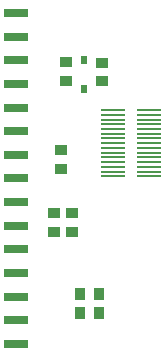
<source format=gtp>
%FSLAX25Y25*%
%MOIN*%
G70*
G01*
G75*
G04 Layer_Color=8421504*
%ADD10R,0.07874X0.03150*%
%ADD11R,0.03937X0.03740*%
%ADD12R,0.02362X0.03150*%
%ADD13R,0.07874X0.00787*%
%ADD14R,0.03937X0.03543*%
%ADD15R,0.03543X0.03937*%
%ADD16C,0.00800*%
%ADD17C,0.02000*%
%ADD18C,0.02600*%
%ADD19C,0.04000*%
%ADD20C,0.03200*%
%ADD21C,0.01000*%
%ADD22C,0.01181*%
%ADD23C,0.00787*%
%ADD24C,0.00394*%
%ADD25R,0.22047X0.02362*%
D10*
X447500Y392362D02*
D03*
Y384488D02*
D03*
Y290000D02*
D03*
Y297874D02*
D03*
Y305748D02*
D03*
Y313622D02*
D03*
Y321496D02*
D03*
Y329370D02*
D03*
Y337244D02*
D03*
Y345118D02*
D03*
Y352992D02*
D03*
Y360866D02*
D03*
Y368740D02*
D03*
Y376614D02*
D03*
Y400236D02*
D03*
D11*
X464100Y383850D02*
D03*
Y377550D02*
D03*
X476400Y377450D02*
D03*
Y383750D02*
D03*
X462700Y348150D02*
D03*
Y354450D02*
D03*
D12*
X470400Y374800D02*
D03*
Y384643D02*
D03*
D13*
X480012Y345831D02*
D03*
X491823D02*
D03*
X480012Y347406D02*
D03*
X491823D02*
D03*
X480012Y348980D02*
D03*
X491823D02*
D03*
X480012Y350555D02*
D03*
X491823D02*
D03*
X480012Y352130D02*
D03*
X491823D02*
D03*
X480012Y353705D02*
D03*
X491823D02*
D03*
X480012Y355279D02*
D03*
X491823D02*
D03*
X480012Y356854D02*
D03*
X491823D02*
D03*
X480012Y358429D02*
D03*
X491823D02*
D03*
X480012Y360004D02*
D03*
X491823D02*
D03*
X480012Y361579D02*
D03*
X491823D02*
D03*
X480012Y363154D02*
D03*
X491823D02*
D03*
X480012Y364728D02*
D03*
X491823D02*
D03*
X480012Y366303D02*
D03*
Y367878D02*
D03*
X491823Y366303D02*
D03*
Y367878D02*
D03*
D14*
X466200Y327150D02*
D03*
Y333450D02*
D03*
X460200Y327150D02*
D03*
Y333450D02*
D03*
D15*
X469050Y306700D02*
D03*
X475350D02*
D03*
X469050Y300400D02*
D03*
X475350D02*
D03*
M02*

</source>
